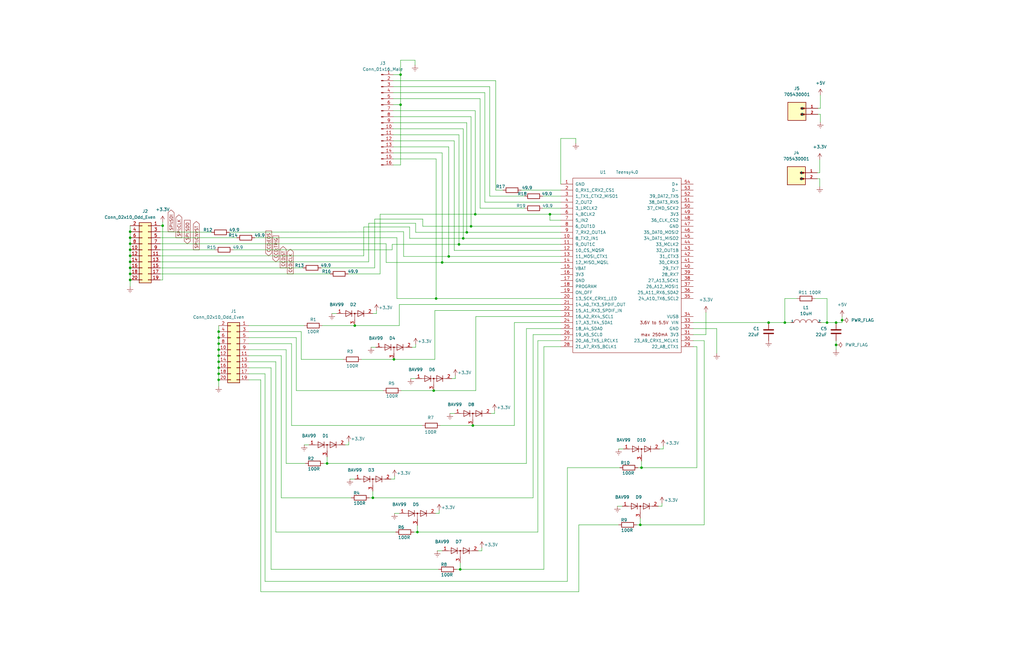
<source format=kicad_sch>
(kicad_sch (version 20211123) (generator eeschema)
  (paper "B")
  (title_block (title "Teensy Carrier compatible with CCD ADC SPI board") (date "2023-12-31") (company "Mitchell C Nelson, PhD (c) 2023"))
  (lib_symbols
    (symbol "705430001:705430001" (pin_names (offset 1.016))
      (property "Reference" "J" (at 0 3.81 0))
      (property "Value" "705430001" (at 0 -7.62 0))
      (symbol "705430001_0_0"
        (rectangle (start 0 -5.08) (end 7.62 2.54) (stroke (width 0.254)) (fill (type background)))
        (polyline (pts (xy 0 -2.54) (xy 1.905 -2.54)) (stroke (width 0.254)))
        (polyline (pts (xy 0 0) (xy 1.905 0)) (stroke (width 0.254)))
        (rectangle (start 0.635 -2.8575) (end 2.2225 -2.2225) (stroke (width 0.1)) (fill (type outline)))
        (rectangle (start 0.635 -0.3175) (end 2.2225 0.3175) (stroke (width 0.1)) (fill (type outline)))
        (pin passive line (at -5.08 0 0) (length 5.08) (name "1") (number "1"))
        (pin passive line (at -5.08 -2.54 0) (length 5.08) (name "2") (number "2"))
      )
    )
    (symbol "Connector:Conn_01x16_Male" (pin_names (offset 1.016) hide)
      (property "Reference" "J" (at 0 20.32 0))
      (property "Value" "Conn_01x16_Male" (at 0 -22.86 0))
      (symbol "Conn_01x16_Male_1_1"
        (polyline (pts (xy 1.27 -20.32) (xy 0.8636 -20.32)) (stroke (width 0.1524)))
        (polyline (pts (xy 1.27 -17.78) (xy 0.8636 -17.78)) (stroke (width 0.1524)))
        (polyline (pts (xy 1.27 -15.24) (xy 0.8636 -15.24)) (stroke (width 0.1524)))
        (polyline (pts (xy 1.27 -12.7) (xy 0.8636 -12.7)) (stroke (width 0.1524)))
        (polyline (pts (xy 1.27 -10.16) (xy 0.8636 -10.16)) (stroke (width 0.1524)))
        (polyline (pts (xy 1.27 -7.62) (xy 0.8636 -7.62)) (stroke (width 0.1524)))
        (polyline (pts (xy 1.27 -5.08) (xy 0.8636 -5.08)) (stroke (width 0.1524)))
        (polyline (pts (xy 1.27 -2.54) (xy 0.8636 -2.54)) (stroke (width 0.1524)))
        (polyline (pts (xy 1.27 0) (xy 0.8636 0)) (stroke (width 0.1524)))
        (polyline (pts (xy 1.27 2.54) (xy 0.8636 2.54)) (stroke (width 0.1524)))
        (polyline (pts (xy 1.27 5.08) (xy 0.8636 5.08)) (stroke (width 0.1524)))
        (polyline (pts (xy 1.27 7.62) (xy 0.8636 7.62)) (stroke (width 0.1524)))
        (polyline (pts (xy 1.27 10.16) (xy 0.8636 10.16)) (stroke (width 0.1524)))
        (polyline (pts (xy 1.27 12.7) (xy 0.8636 12.7)) (stroke (width 0.1524)))
        (polyline (pts (xy 1.27 15.24) (xy 0.8636 15.24)) (stroke (width 0.1524)))
        (polyline (pts (xy 1.27 17.78) (xy 0.8636 17.78)) (stroke (width 0.1524)))
        (rectangle (start 0.8636 -20.193) (end 0 -20.447) (stroke (width 0.1524)) (fill (type outline)))
        (rectangle (start 0.8636 -17.653) (end 0 -17.907) (stroke (width 0.1524)) (fill (type outline)))
        (rectangle (start 0.8636 -15.113) (end 0 -15.367) (stroke (width 0.1524)) (fill (type outline)))
        (rectangle (start 0.8636 -12.573) (end 0 -12.827) (stroke (width 0.1524)) (fill (type outline)))
        (rectangle (start 0.8636 -10.033) (end 0 -10.287) (stroke (width 0.1524)) (fill (type outline)))
        (rectangle (start 0.8636 -7.493) (end 0 -7.747) (stroke (width 0.1524)) (fill (type outline)))
        (rectangle (start 0.8636 -4.953) (end 0 -5.207) (stroke (width 0.1524)) (fill (type outline)))
        (rectangle (start 0.8636 -2.413) (end 0 -2.667) (stroke (width 0.1524)) (fill (type outline)))
        (rectangle (start 0.8636 0.127) (end 0 -0.127) (stroke (width 0.1524)) (fill (type outline)))
        (rectangle (start 0.8636 2.667) (end 0 2.413) (stroke (width 0.1524)) (fill (type outline)))
        (rectangle (start 0.8636 5.207) (end 0 4.953) (stroke (width 0.1524)) (fill (type outline)))
        (rectangle (start 0.8636 7.747) (end 0 7.493) (stroke (width 0.1524)) (fill (type outline)))
        (rectangle (start 0.8636 10.287) (end 0 10.033) (stroke (width 0.1524)) (fill (type outline)))
        (rectangle (start 0.8636 12.827) (end 0 12.573) (stroke (width 0.1524)) (fill (type outline)))
        (rectangle (start 0.8636 15.367) (end 0 15.113) (stroke (width 0.1524)) (fill (type outline)))
        (rectangle (start 0.8636 17.907) (end 0 17.653) (stroke (width 0.1524)) (fill (type outline)))
        (pin passive line (at 5.08 17.78 180) (length 3.81) (name "Pin_1") (number "1"))
        (pin passive line (at 5.08 -5.08 180) (length 3.81) (name "Pin_10") (number "10"))
        (pin passive line (at 5.08 -7.62 180) (length 3.81) (name "Pin_11") (number "11"))
        (pin passive line (at 5.08 -10.16 180) (length 3.81) (name "Pin_12") (number "12"))
        (pin passive line (at 5.08 -12.7 180) (length 3.81) (name "Pin_13") (number "13"))
        (pin passive line (at 5.08 -15.24 180) (length 3.81) (name "Pin_14") (number "14"))
        (pin passive line (at 5.08 -17.78 180) (length 3.81) (name "Pin_15") (number "15"))
        (pin passive line (at 5.08 -20.32 180) (length 3.81) (name "Pin_16") (number "16"))
        (pin passive line (at 5.08 15.24 180) (length 3.81) (name "Pin_2") (number "2"))
        (pin passive line (at 5.08 12.7 180) (length 3.81) (name "Pin_3") (number "3"))
        (pin passive line (at 5.08 10.16 180) (length 3.81) (name "Pin_4") (number "4"))
        (pin passive line (at 5.08 7.62 180) (length 3.81) (name "Pin_5") (number "5"))
        (pin passive line (at 5.08 5.08 180) (length 3.81) (name "Pin_6") (number "6"))
        (pin passive line (at 5.08 2.54 180) (length 3.81) (name "Pin_7") (number "7"))
        (pin passive line (at 5.08 0 180) (length 3.81) (name "Pin_8") (number "8"))
        (pin passive line (at 5.08 -2.54 180) (length 3.81) (name "Pin_9") (number "9"))
      )
    )
    (symbol "Connector_Generic:Conn_02x10_Odd_Even" (pin_names (offset 1.016) hide)
      (property "Reference" "J" (at 1.27 12.7 0))
      (property "Value" "Conn_02x10_Odd_Even" (at 1.27 -15.24 0))
      (symbol "Conn_02x10_Odd_Even_1_1"
        (rectangle (start -1.27 -12.573) (end 0 -12.827) (stroke (width 0.1524)))
        (rectangle (start -1.27 -10.033) (end 0 -10.287) (stroke (width 0.1524)))
        (rectangle (start -1.27 -7.493) (end 0 -7.747) (stroke (width 0.1524)))
        (rectangle (start -1.27 -4.953) (end 0 -5.207) (stroke (width 0.1524)))
        (rectangle (start -1.27 -2.413) (end 0 -2.667) (stroke (width 0.1524)))
        (rectangle (start -1.27 0.127) (end 0 -0.127) (stroke (width 0.1524)))
        (rectangle (start -1.27 2.667) (end 0 2.413) (stroke (width 0.1524)))
        (rectangle (start -1.27 5.207) (end 0 4.953) (stroke (width 0.1524)))
        (rectangle (start -1.27 7.747) (end 0 7.493) (stroke (width 0.1524)))
        (rectangle (start -1.27 10.287) (end 0 10.033) (stroke (width 0.1524)))
        (rectangle (start -1.27 11.43) (end 3.81 -13.97) (stroke (width 0.254)) (fill (type background)))
        (rectangle (start 3.81 -12.573) (end 2.54 -12.827) (stroke (width 0.1524)))
        (rectangle (start 3.81 -10.033) (end 2.54 -10.287) (stroke (width 0.1524)))
        (rectangle (start 3.81 -7.493) (end 2.54 -7.747) (stroke (width 0.1524)))
        (rectangle (start 3.81 -4.953) (end 2.54 -5.207) (stroke (width 0.1524)))
        (rectangle (start 3.81 -2.413) (end 2.54 -2.667) (stroke (width 0.1524)))
        (rectangle (start 3.81 0.127) (end 2.54 -0.127) (stroke (width 0.1524)))
        (rectangle (start 3.81 2.667) (end 2.54 2.413) (stroke (width 0.1524)))
        (rectangle (start 3.81 5.207) (end 2.54 4.953) (stroke (width 0.1524)))
        (rectangle (start 3.81 7.747) (end 2.54 7.493) (stroke (width 0.1524)))
        (rectangle (start 3.81 10.287) (end 2.54 10.033) (stroke (width 0.1524)))
        (pin passive line (at -5.08 10.16 0) (length 3.81) (name "Pin_1") (number "1"))
        (pin passive line (at 7.62 0 180) (length 3.81) (name "Pin_10") (number "10"))
        (pin passive line (at -5.08 -2.54 0) (length 3.81) (name "Pin_11") (number "11"))
        (pin passive line (at 7.62 -2.54 180) (length 3.81) (name "Pin_12") (number "12"))
        (pin passive line (at -5.08 -5.08 0) (length 3.81) (name "Pin_13") (number "13"))
        (pin passive line (at 7.62 -5.08 180) (length 3.81) (name "Pin_14") (number "14"))
        (pin passive line (at -5.08 -7.62 0) (length 3.81) (name "Pin_15") (number "15"))
        (pin passive line (at 7.62 -7.62 180) (length 3.81) (name "Pin_16") (number "16"))
        (pin passive line (at -5.08 -10.16 0) (length 3.81) (name "Pin_17") (number "17"))
        (pin passive line (at 7.62 -10.16 180) (length 3.81) (name "Pin_18") (number "18"))
        (pin passive line (at -5.08 -12.7 0) (length 3.81) (name "Pin_19") (number "19"))
        (pin passive line (at 7.62 10.16 180) (length 3.81) (name "Pin_2") (number "2"))
        (pin passive line (at 7.62 -12.7 180) (length 3.81) (name "Pin_20") (number "20"))
        (pin passive line (at -5.08 7.62 0) (length 3.81) (name "Pin_3") (number "3"))
        (pin passive line (at 7.62 7.62 180) (length 3.81) (name "Pin_4") (number "4"))
        (pin passive line (at -5.08 5.08 0) (length 3.81) (name "Pin_5") (number "5"))
        (pin passive line (at 7.62 5.08 180) (length 3.81) (name "Pin_6") (number "6"))
        (pin passive line (at -5.08 2.54 0) (length 3.81) (name "Pin_7") (number "7"))
        (pin passive line (at 7.62 2.54 180) (length 3.81) (name "Pin_8") (number "8"))
        (pin passive line (at -5.08 0 0) (length 3.81) (name "Pin_9") (number "9"))
      )
    )
    (symbol "Device:C" (pin_numbers hide) (pin_names (offset 0.254))
      (property "Reference" "C" (at 0.635 2.54 0))
      (property "Value" "C" (at 0.635 -2.54 0))
      (symbol "C_0_1"
        (polyline (pts (xy -2.032 -0.762) (xy 2.032 -0.762)) (stroke (width 0.508)))
        (polyline (pts (xy -2.032 0.762) (xy 2.032 0.762)) (stroke (width 0.508)))
      )
      (symbol "C_1_1"
        (pin passive line (at 0 3.81 270) (length 2.794) (name "~") (number "1"))
        (pin passive line (at 0 -3.81 90) (length 2.794) (name "~") (number "2"))
      )
    )
    (symbol "Device:R" (pin_numbers hide) (pin_names (offset 0))
      (property "Reference" "R" (at 2.032 0 90))
      (property "Value" "R" (at 0 0 90))
      (symbol "R_0_1"
        (rectangle (start -1.016 -2.54) (end 1.016 2.54) (stroke (width 0.254)))
      )
      (symbol "R_1_1"
        (pin passive line (at 0 3.81 270) (length 1.27) (name "~") (number "1"))
        (pin passive line (at 0 -3.81 90) (length 1.27) (name "~") (number "2"))
      )
    )
    (symbol "Diode:BAV99" (pin_names hide)
      (property "Reference" "D" (at 0 5.08 0))
      (property "Value" "BAV99" (at 0 2.54 0))
      (symbol "BAV99_0_1"
        (polyline (pts (xy -5.08 0) (xy 5.08 0)))
      )
      (symbol "BAV99_1_1"
        (polyline (pts (xy 0 0) (xy 0 -2.54)))
        (polyline (pts (xy -1.27 -1.27) (xy -1.27 1.27) (xy -1.27 1.27)) (stroke (width 0.2032)))
        (polyline (pts (xy 3.81 1.27) (xy 3.81 -1.27) (xy 3.81 -1.27)) (stroke (width 0.2032)))
        (polyline (pts (xy -3.81 1.27) (xy -1.27 0) (xy -3.81 -1.27) (xy -3.81 1.27) (xy -3.81 1.27) (xy -3.81 1.27)) (stroke (width 0.2032)))
        (polyline (pts (xy 1.27 1.27) (xy 3.81 0) (xy 1.27 -1.27) (xy 1.27 1.27) (xy 1.27 1.27) (xy 1.27 1.27)) (stroke (width 0.2032)))
        (circle (center 0 0) (radius 0.254) (fill (type outline)))
        (pin passive line (at -7.62 0 0) (length 2.54) (name "K") (number "1"))
        (pin passive line (at 7.62 0 180) (length 2.54) (name "A") (number "2"))
        (pin passive line (at 0 -5.08 90) (length 2.54) (name "K") (number "3"))
      )
    )
    (symbol "Teensy:Teensy4.0" (pin_names (offset 1.016))
      (property "Reference" "U" (at 0 39.37 0))
      (property "Value" "Teensy4.0" (at 0 -39.37 0))
      (symbol "Teensy4.0_0_0"
        (text "3.6V to 5.5V" (at 11.43 -24.13 0) (effects (font (size 1.27 1.27))))
        (text "max 250mA" (at 11.43 -29.21 0) (effects (font (size 1.27 1.27))))
        (pin bidirectional line (at -27.94 11.43 0) (length 5.08) (name "8_TX2_IN1") (number "10"))
        (pin bidirectional line (at -27.94 8.89 0) (length 5.08) (name "9_OUT1C") (number "11"))
        (pin bidirectional line (at -27.94 6.35 0) (length 5.08) (name "10_CS_MQSR") (number "12"))
        (pin bidirectional line (at -27.94 3.81 0) (length 5.08) (name "11_MOSI_CTX1") (number "13"))
        (pin bidirectional line (at -27.94 1.27 0) (length 5.08) (name "12_MISO_MQSL") (number "14"))
        (pin power_in line (at -27.94 -1.27 0) (length 5.08) (name "VBAT") (number "15"))
        (pin power_in line (at -27.94 -3.81 0) (length 5.08) (name "3V3") (number "16"))
        (pin power_in line (at -27.94 -6.35 0) (length 5.08) (name "GND") (number "17"))
        (pin input line (at -27.94 -8.89 0) (length 5.08) (name "PROGRAM") (number "18"))
        (pin input line (at -27.94 -11.43 0) (length 5.08) (name "ON_OFF") (number "19"))
        (pin bidirectional line (at -27.94 -13.97 0) (length 5.08) (name "13_SCK_CRX1_LED") (number "20"))
        (pin bidirectional line (at -27.94 -16.51 0) (length 5.08) (name "14_A0_TX3_SPDIF_OUT") (number "21"))
        (pin bidirectional line (at -27.94 -19.05 0) (length 5.08) (name "15_A1_RX3_SPDIF_IN") (number "22"))
        (pin bidirectional line (at -27.94 -21.59 0) (length 5.08) (name "16_A2_RX4_SCL1") (number "23"))
        (pin bidirectional line (at -27.94 -24.13 0) (length 5.08) (name "17_A3_TX4_SDA1") (number "24"))
        (pin bidirectional line (at -27.94 -26.67 0) (length 5.08) (name "18_A4_SDA0") (number "25"))
        (pin bidirectional line (at -27.94 -29.21 0) (length 5.08) (name "19_A5_SCL0") (number "26"))
        (pin bidirectional line (at -27.94 -31.75 0) (length 5.08) (name "20_A6_TX5_LRCLK1") (number "27"))
        (pin bidirectional line (at -27.94 -34.29 0) (length 5.08) (name "21_A7_RX5_BCLK1") (number "28"))
        (pin bidirectional line (at 27.94 -34.29 180) (length 5.08) (name "22_A8_CTX1") (number "29"))
        (pin bidirectional line (at 27.94 -31.75 180) (length 5.08) (name "23_A9_CRX1_MCLK1") (number "30"))
        (pin power_out line (at 27.94 -29.21 180) (length 5.08) (name "3V3") (number "31"))
        (pin power_in line (at 27.94 -26.67 180) (length 5.08) (name "GND") (number "32"))
        (pin power_in line (at 27.94 -24.13 180) (length 5.08) (name "VIN") (number "33"))
        (pin power_out line (at 27.94 -21.59 180) (length 5.08) (name "VUSB") (number "34"))
        (pin bidirectional line (at 27.94 -13.97 180) (length 5.08) (name "24_A10_TX6_SCL2") (number "35"))
        (pin bidirectional line (at 27.94 -11.43 180) (length 5.08) (name "25_A11_RX6_SDA2") (number "36"))
        (pin bidirectional line (at 27.94 -8.89 180) (length 5.08) (name "26_A12_MOSI1") (number "37"))
        (pin bidirectional line (at 27.94 -6.35 180) (length 5.08) (name "27_A13_SCK1") (number "38"))
        (pin bidirectional line (at 27.94 -3.81 180) (length 5.08) (name "28_RX7") (number "39"))
        (pin bidirectional line (at 27.94 -1.27 180) (length 5.08) (name "29_TX7") (number "40"))
        (pin bidirectional line (at 27.94 1.27 180) (length 5.08) (name "30_CRX3") (number "41"))
        (pin bidirectional line (at 27.94 3.81 180) (length 5.08) (name "31_CTX3") (number "42"))
        (pin bidirectional line (at 27.94 6.35 180) (length 5.08) (name "32_OUT1B") (number "43"))
        (pin bidirectional line (at 27.94 8.89 180) (length 5.08) (name "33_MCLK2") (number "44"))
        (pin bidirectional line (at 27.94 11.43 180) (length 5.08) (name "34_DAT1_MISO2") (number "45"))
        (pin bidirectional line (at 27.94 13.97 180) (length 5.08) (name "35_DAT0_MOSI2") (number "46"))
        (pin power_out line (at 27.94 16.51 180) (length 5.08) (name "GND") (number "47"))
        (pin bidirectional line (at 27.94 19.05 180) (length 5.08) (name "36_CLK_CS2") (number "48"))
        (pin power_out line (at 27.94 21.59 180) (length 5.08) (name "3V3") (number "49"))
        (pin bidirectional line (at -27.94 24.13 0) (length 5.08) (name "3_LRCLK2") (number "5"))
        (pin bidirectional line (at 27.94 24.13 180) (length 5.08) (name "37_CMD_SCK2") (number "50"))
        (pin bidirectional line (at 27.94 26.67 180) (length 5.08) (name "38_DAT3_RX5") (number "51"))
        (pin bidirectional line (at 27.94 29.21 180) (length 5.08) (name "39_DAT2_TX5") (number "52"))
        (pin bidirectional line (at 27.94 31.75 180) (length 5.08) (name "D-") (number "53"))
        (pin bidirectional line (at 27.94 34.29 180) (length 5.08) (name "D+") (number "54"))
        (pin bidirectional line (at -27.94 21.59 0) (length 5.08) (name "4_BCLK2") (number "6"))
        (pin bidirectional line (at -27.94 19.05 0) (length 5.08) (name "5_IN2") (number "7"))
        (pin bidirectional line (at -27.94 16.51 0) (length 5.08) (name "6_OUT1D") (number "8"))
        (pin bidirectional line (at -27.94 13.97 0) (length 5.08) (name "7_RX2_OUT1A") (number "9"))
      )
      (symbol "Teensy4.0_0_1"
        (rectangle (start -22.86 36.83) (end 22.86 -36.83))
        (rectangle (start -20.32 -31.75) (end -20.32 -31.75))
      )
      (symbol "Teensy4.0_1_1"
        (pin power_in line (at -27.94 34.29 0) (length 5.08) (name "GND") (number "1"))
        (pin bidirectional line (at -27.94 31.75 0) (length 5.08) (name "0_RX1_CRX2_CS1") (number "2"))
        (pin bidirectional line (at -27.94 29.21 0) (length 5.08) (name "1_TX1_CTX2_MISO1") (number "3"))
        (pin bidirectional line (at -27.94 26.67 0) (length 5.08) (name "2_OUT2") (number "4"))
      )
    )
    (symbol "power:+3.3V" (power) (pin_names (offset 0))
      (property "Value" "+3.3V" (at 0 3.556 0))
      (symbol "+3.3V_0_1"
        (polyline (pts (xy -0.762 1.27) (xy 0 2.54)))
        (polyline (pts (xy 0 0) (xy 0 2.54)))
        (polyline (pts (xy 0 2.54) (xy 0.762 1.27)))
      )
      (symbol "+3.3V_1_1"
        (pin power_in line (at 0 0 90) (length 0) hide (name "+3.3V") (number "1"))
      )
    )
    (symbol "power:+5V" (power) (pin_names (offset 0))
      (property "Value" "+5V" (at 0 3.556 0))
      (symbol "+5V_0_1"
        (polyline (pts (xy -0.762 1.27) (xy 0 2.54)))
        (polyline (pts (xy 0 0) (xy 0 2.54)))
        (polyline (pts (xy 0 2.54) (xy 0.762 1.27)))
      )
      (symbol "+5V_1_1"
        (pin power_in line (at 0 0 90) (length 0) hide (name "+5V") (number "1"))
      )
    )
    (symbol "power:Earth" (power) (pin_names (offset 0))
      (symbol "Earth_0_1"
        (polyline (pts (xy -0.635 -1.905) (xy 0.635 -1.905)))
        (polyline (pts (xy -0.127 -2.54) (xy 0.127 -2.54)))
        (polyline (pts (xy 0 -1.27) (xy 0 0)))
        (polyline (pts (xy 1.27 -1.27) (xy -1.27 -1.27)))
      )
      (symbol "Earth_1_1"
        (pin power_in line (at 0 0 270) (length 0) hide (name "Earth") (number "1"))
      )
    )
    (symbol "power:PWR_FLAG" (power) (pin_numbers hide) (pin_names (offset 0) hide)
      (property "Value" "PWR_FLAG" (at 0 3.81 0))
      (symbol "PWR_FLAG_0_0"
        (pin power_out line (at 0 0 90) (length 0) (name "pwr") (number "1"))
      )
      (symbol "PWR_FLAG_0_1"
        (polyline (pts (xy 0 0) (xy 0 1.27) (xy -1.016 1.905) (xy 0 2.54) (xy 1.016 1.905) (xy 0 1.27)))
      )
    )
    (symbol "pspice:INDUCTOR" (pin_numbers hide) (pin_names (offset 0))
      (property "Reference" "L" (at 0 2.54 0))
      (property "Value" "INDUCTOR" (at 0 -1.27 0))
      (symbol "INDUCTOR_0_1"
        (arc (start -2.54 0) (mid -3.81 1.27) (end -5.08 0))
        (arc (start 0 0) (mid -1.27 1.27) (end -2.54 0))
        (arc (start 2.54 0) (mid 1.27 1.27) (end 0 0))
        (arc (start 5.08 0) (mid 3.81 1.27) (end 2.54 0))
      )
      (symbol "INDUCTOR_1_1"
        (pin input line (at -6.35 0 0) (length 1.27) (name "1") (number "1"))
        (pin input line (at 6.35 0 180) (length 1.27) (name "2") (number "2"))
      )
    )
  )
  (junction (at 68.58 95.25))
  (junction (at 186.436 110.744))
  (junction (at 166.116 151.638))
  (junction (at 196.85 98.044))
  (junction (at 168.91 31.496))
  (junction (at 200.406 90.424))
  (junction (at 355.092 135.128))
  (junction (at 92.202 139.954))
  (junction (at 54.864 100.33))
  (junction (at 149.606 137.414))
  (junction (at 168.91 44.196))
  (junction (at 92.202 155.194))
  (junction (at 189.23 108.204))
  (junction (at 182.88 164.846))
  (junction (at 54.864 97.79))
  (junction (at 54.864 110.49))
  (junction (at 270.002 221.488))
  (junction (at 199.39 179.578))
  (junction (at 137.922 195.58))
  (junction (at 352.552 145.542))
  (junction (at 352.552 136.144))
  (junction (at 92.202 152.654))
  (junction (at 54.864 102.87))
  (junction (at 330.962 136.144))
  (junction (at 54.864 118.11))
  (junction (at 348.742 136.144))
  (junction (at 231.902 90.424))
  (junction (at 92.202 157.734))
  (junction (at 54.864 107.95))
  (junction (at 324.104 136.144))
  (junction (at 92.202 145.034))
  (junction (at 92.202 142.494))
  (junction (at 157.226 210.058))
  (junction (at 54.864 113.03))
  (junction (at 176.022 224.536))
  (junction (at 54.864 115.57))
  (junction (at 198.628 95.504))
  (junction (at 193.548 103.124))
  (junction (at 194.056 240.284))
  (junction (at 183.896 125.984))
  (junction (at 92.202 160.274))
  (junction (at 92.202 150.114))
  (junction (at 92.202 147.574))
  (junction (at 195.326 100.584))
  (junction (at 54.864 105.41))
  (junction (at 270.51 197.358))
  (wire (pts (xy 178.308 92.456) (xy 157.988 92.456)))
  (wire (pts (xy 168.91 31.496) (xy 165.862 31.496)))
  (wire (pts (xy 155.702 210.058) (xy 157.226 210.058)))
  (wire (pts (xy 184.404 232.41) (xy 186.436 232.41)))
  (wire (pts (xy 268.478 221.488) (xy 270.002 221.488)))
  (wire (pts (xy 170.18 97.79) (xy 170.18 108.204)))
  (wire (pts (xy 268.986 197.358) (xy 270.51 197.358)))
  (wire (pts (xy 162.814 102.87) (xy 162.814 110.744)))
  (wire (pts (xy 165.862 46.736) (xy 200.406 46.736)))
  (wire (pts (xy 348.742 125.984) (xy 348.742 136.144)))
  (wire (pts (xy 231.902 90.424) (xy 231.902 92.964)))
  (wire (pts (xy 92.202 142.494) (xy 92.202 145.034)))
  (wire (pts (xy 54.864 100.33) (xy 54.864 102.87)))
  (wire (pts (xy 167.386 100.33) (xy 167.386 125.984)))
  (wire (pts (xy 198.628 49.276) (xy 198.628 95.504)))
  (wire (pts (xy 189.738 174.498) (xy 191.77 174.498)))
  (wire (pts (xy 104.902 160.274) (xy 109.982 160.274)))
  (wire (pts (xy 165.354 103.124) (xy 193.548 103.124)))
  (wire (pts (xy 345.694 75.438) (xy 344.678 75.438)))
  (wire (pts (xy 244.094 221.488) (xy 260.858 221.488)))
  (wire (pts (xy 168.402 137.414) (xy 149.606 137.414)))
  (wire (pts (xy 195.326 100.584) (xy 172.72 100.584)))
  (wire (pts (xy 165.862 54.356) (xy 195.326 54.356)))
  (wire (pts (xy 297.688 141.224) (xy 297.688 131.826)))
  (wire (pts (xy 228.854 82.804) (xy 236.474 82.804)))
  (wire (pts (xy 208.534 174.498) (xy 207.01 174.498)))
  (wire (pts (xy 68.58 95.25) (xy 68.58 118.11)))
  (wire (pts (xy 345.948 40.132) (xy 345.948 45.72)))
  (wire (pts (xy 68.58 95.25) (xy 67.564 95.25)))
  (wire (pts (xy 104.902 139.954) (xy 127 139.954)))
  (wire (pts (xy 236.474 128.524) (xy 168.402 128.524)))
  (wire (pts (xy 104.902 157.734) (xy 111.76 157.734)))
  (wire (pts (xy 157.988 92.456) (xy 157.988 113.03)))
  (wire (pts (xy 166.116 151.638) (xy 183.388 151.638)))
  (wire (pts (xy 355.092 135.128) (xy 355.092 136.144)))
  (wire (pts (xy 114.3 240.284) (xy 184.912 240.284)))
  (wire (pts (xy 355.092 133.604) (xy 355.092 135.128)))
  (wire (pts (xy 67.564 105.41) (xy 90.678 105.41)))
  (wire (pts (xy 120.65 147.574) (xy 104.902 147.574)))
  (wire (pts (xy 231.902 92.964) (xy 236.474 92.964)))
  (wire (pts (xy 111.76 245.364) (xy 239.268 245.364)))
  (wire (pts (xy 200.406 46.736) (xy 200.406 90.424)))
  (wire (pts (xy 352.552 143.764) (xy 352.552 145.542)))
  (wire (pts (xy 67.564 110.49) (xy 155.448 110.49)))
  (wire (pts (xy 128.778 195.58) (xy 120.65 195.58)))
  (wire (pts (xy 296.926 143.764) (xy 296.926 221.488)))
  (wire (pts (xy 139.954 132.334) (xy 141.986 132.334)))
  (wire (pts (xy 208.534 173.228) (xy 208.534 174.498)))
  (wire (pts (xy 168.91 25.4) (xy 168.91 31.496)))
  (wire (pts (xy 302.26 138.684) (xy 302.26 149.098)))
  (wire (pts (xy 204.47 85.344) (xy 204.47 39.116)))
  (wire (pts (xy 192.532 240.284) (xy 194.056 240.284)))
  (wire (pts (xy 165.862 44.196) (xy 168.91 44.196)))
  (wire (pts (xy 175.26 98.044) (xy 196.85 98.044)))
  (wire (pts (xy 104.902 137.414) (xy 128.27 137.414)))
  (wire (pts (xy 348.742 136.144) (xy 352.552 136.144)))
  (wire (pts (xy 292.354 138.684) (xy 302.26 138.684)))
  (wire (pts (xy 296.926 221.488) (xy 270.002 221.488)))
  (wire (pts (xy 109.982 160.274) (xy 109.982 249.682)))
  (wire (pts (xy 166.37 216.662) (xy 168.402 216.662)))
  (wire (pts (xy 153.416 95.758) (xy 153.416 107.95)))
  (wire (pts (xy 200.66 133.604) (xy 200.66 164.846)))
  (wire (pts (xy 239.268 197.358) (xy 261.366 197.358)))
  (wire (pts (xy 260.858 189.484) (xy 262.89 189.484)))
  (wire (pts (xy 175.006 27.432) (xy 175.006 25.4)))
  (wire (pts (xy 178.308 95.504) (xy 178.308 92.456)))
  (wire (pts (xy 167.386 125.984) (xy 183.896 125.984)))
  (wire (pts (xy 98.298 105.41) (xy 165.354 105.41)))
  (wire (pts (xy 200.66 164.846) (xy 182.88 164.846)))
  (wire (pts (xy 67.564 97.79) (xy 89.154 98.044)))
  (wire (pts (xy 168.91 69.596) (xy 165.862 69.596)))
  (wire (pts (xy 165.862 64.516) (xy 186.436 64.516)))
  (wire (pts (xy 168.402 128.524) (xy 168.402 137.414)))
  (wire (pts (xy 157.226 210.058) (xy 157.226 207.264)))
  (wire (pts (xy 68.58 118.11) (xy 67.564 118.11)))
  (wire (pts (xy 160.274 90.424) (xy 160.274 115.57)))
  (wire (pts (xy 158.75 131.064) (xy 158.75 132.334)))
  (wire (pts (xy 92.202 137.414) (xy 92.202 139.954)))
  (wire (pts (xy 175.26 94.234) (xy 175.26 98.044)))
  (wire (pts (xy 92.202 160.274) (xy 92.202 163.068)))
  (wire (pts (xy 236.474 143.764) (xy 226.822 143.764)))
  (wire (pts (xy 226.822 224.536) (xy 176.022 224.536)))
  (wire (pts (xy 212.09 80.264) (xy 209.042 80.264)))
  (wire (pts (xy 152.4 151.638) (xy 166.116 151.638)))
  (wire (pts (xy 236.474 100.584) (xy 195.326 100.584)))
  (wire (pts (xy 345.694 78.74) (xy 345.694 75.438)))
  (wire (pts (xy 173.228 159.766) (xy 175.26 159.766)))
  (wire (pts (xy 185.166 215.392) (xy 185.166 216.662)))
  (wire (pts (xy 165.862 36.576) (xy 206.502 36.576)))
  (wire (pts (xy 146.812 115.57) (xy 160.274 115.57)))
  (wire (pts (xy 236.474 77.724) (xy 236.474 58.42)))
  (wire (pts (xy 279.146 213.614) (xy 277.622 213.614)))
  (wire (pts (xy 165.862 41.656) (xy 202.438 41.656)))
  (wire (pts (xy 92.202 145.034) (xy 92.202 147.574)))
  (wire (pts (xy 175.26 146.558) (xy 173.736 146.558)))
  (wire (pts (xy 172.72 100.584) (xy 172.72 95.758)))
  (wire (pts (xy 345.948 45.72) (xy 344.932 45.72)))
  (wire (pts (xy 128.27 187.706) (xy 130.302 187.706)))
  (wire (pts (xy 116.332 152.654) (xy 116.332 224.536)))
  (wire (pts (xy 206.502 36.576) (xy 206.502 82.804)))
  (wire (pts (xy 136.398 195.58) (xy 137.922 195.58)))
  (wire (pts (xy 54.864 97.79) (xy 54.864 100.33)))
  (wire (pts (xy 54.864 107.95) (xy 54.864 110.49)))
  (wire (pts (xy 194.056 240.284) (xy 194.056 237.49)))
  (wire (pts (xy 124.968 164.846) (xy 161.544 164.846)))
  (wire (pts (xy 67.564 100.33) (xy 99.822 100.33)))
  (wire (pts (xy 343.662 125.984) (xy 348.742 125.984)))
  (wire (pts (xy 109.982 249.682) (xy 244.094 249.682)))
  (wire (pts (xy 236.474 85.344) (xy 204.47 85.344)))
  (wire (pts (xy 345.948 48.26) (xy 344.932 48.26)))
  (wire (pts (xy 292.354 141.224) (xy 297.688 141.224)))
  (wire (pts (xy 224.79 210.058) (xy 224.79 141.224)))
  (wire (pts (xy 104.902 142.494) (xy 124.968 142.494)))
  (wire (pts (xy 107.442 100.33) (xy 167.386 100.33)))
  (wire (pts (xy 162.814 110.744) (xy 186.436 110.744)))
  (wire (pts (xy 176.022 224.536) (xy 176.022 221.742)))
  (wire (pts (xy 229.362 240.284) (xy 194.056 240.284)))
  (wire (pts (xy 195.326 54.356) (xy 195.326 100.584)))
  (wire (pts (xy 104.902 155.194) (xy 114.3 155.194)))
  (wire (pts (xy 92.202 147.574) (xy 92.202 150.114)))
  (wire (pts (xy 54.864 110.49) (xy 54.864 113.03)))
  (wire (pts (xy 330.962 136.144) (xy 333.502 136.144)))
  (wire (pts (xy 92.202 139.954) (xy 92.202 142.494)))
  (wire (pts (xy 158.75 132.334) (xy 157.226 132.334)))
  (wire (pts (xy 192.024 159.766) (xy 190.5 159.766)))
  (wire (pts (xy 166.37 200.914) (xy 166.37 202.184)))
  (wire (pts (xy 209.042 80.264) (xy 209.042 34.036)))
  (wire (pts (xy 165.862 61.976) (xy 189.23 61.976)))
  (wire (pts (xy 193.548 56.896) (xy 193.548 103.124)))
  (wire (pts (xy 224.79 141.224) (xy 236.474 141.224)))
  (wire (pts (xy 183.388 151.638) (xy 183.388 131.064)))
  (wire (pts (xy 228.854 87.884) (xy 236.474 87.884)))
  (wire (pts (xy 175.26 145.288) (xy 175.26 146.558)))
  (wire (pts (xy 122.936 179.578) (xy 122.936 145.034)))
  (wire (pts (xy 186.436 110.744) (xy 236.474 110.744)))
  (wire (pts (xy 165.354 105.41) (xy 165.354 103.124)))
  (wire (pts (xy 127 139.954) (xy 127 151.638)))
  (wire (pts (xy 168.91 44.196) (xy 168.91 69.596)))
  (wire (pts (xy 292.354 136.144) (xy 324.104 136.144)))
  (wire (pts (xy 193.548 103.124) (xy 236.474 103.124)))
  (wire (pts (xy 242.824 58.42) (xy 242.824 60.452)))
  (wire (pts (xy 202.438 87.884) (xy 221.234 87.884)))
  (wire (pts (xy 198.628 95.504) (xy 178.308 95.504)))
  (wire (pts (xy 191.516 59.436) (xy 165.862 59.436)))
  (wire (pts (xy 114.3 155.194) (xy 114.3 240.284)))
  (wire (pts (xy 216.916 136.144) (xy 216.916 179.578)))
  (wire (pts (xy 236.474 133.604) (xy 200.66 133.604)))
  (wire (pts (xy 120.65 195.58) (xy 120.65 147.574)))
  (wire (pts (xy 67.564 107.95) (xy 153.416 107.95)))
  (wire (pts (xy 270.002 221.488) (xy 270.002 218.694)))
  (wire (pts (xy 279.654 189.484) (xy 278.13 189.484)))
  (wire (pts (xy 124.968 142.494) (xy 124.968 164.846)))
  (wire (pts (xy 330.962 125.984) (xy 330.962 136.144)))
  (wire (pts (xy 186.436 64.516) (xy 186.436 110.744)))
  (wire (pts (xy 169.164 164.846) (xy 182.88 164.846)))
  (wire (pts (xy 226.822 143.764) (xy 226.822 224.536)))
  (wire (pts (xy 118.618 210.058) (xy 148.082 210.058)))
  (wire (pts (xy 92.202 157.734) (xy 92.202 160.274)))
  (wire (pts (xy 352.552 136.144) (xy 355.092 136.144)))
  (wire (pts (xy 185.166 216.662) (xy 183.642 216.662)))
  (wire (pts (xy 68.58 93.726) (xy 68.58 95.25)))
  (wire (pts (xy 196.85 98.044) (xy 236.474 98.044)))
  (wire (pts (xy 293.878 146.304) (xy 292.354 146.304)))
  (wire (pts (xy 116.332 224.536) (xy 166.878 224.536)))
  (wire (pts (xy 157.226 210.058) (xy 224.79 210.058)))
  (wire (pts (xy 92.202 150.114) (xy 92.202 152.654)))
  (wire (pts (xy 236.474 138.684) (xy 221.996 138.684)))
  (wire (pts (xy 183.896 67.056) (xy 183.896 125.984)))
  (wire (pts (xy 165.862 49.276) (xy 198.628 49.276)))
  (wire (pts (xy 92.202 152.654) (xy 92.202 155.194)))
  (wire (pts (xy 54.864 105.41) (xy 54.864 107.95)))
  (wire (pts (xy 122.936 145.034) (xy 104.902 145.034)))
  (wire (pts (xy 54.864 102.87) (xy 54.864 105.41)))
  (wire (pts (xy 202.438 41.656) (xy 202.438 87.884)))
  (wire (pts (xy 293.878 197.358) (xy 293.878 146.304)))
  (wire (pts (xy 221.996 195.58) (xy 137.922 195.58)))
  (wire (pts (xy 345.694 67.31) (xy 345.694 72.898)))
  (wire (pts (xy 260.35 213.614) (xy 262.382 213.614)))
  (wire (pts (xy 191.516 105.664) (xy 191.516 59.436)))
  (wire (pts (xy 96.774 98.044) (xy 170.18 97.79)))
  (wire (pts (xy 174.498 224.536) (xy 176.022 224.536)))
  (wire (pts (xy 236.474 80.264) (xy 219.71 80.264)))
  (wire (pts (xy 165.862 56.896) (xy 193.548 56.896)))
  (wire (pts (xy 203.2 232.41) (xy 201.676 232.41)))
  (wire (pts (xy 231.902 90.424) (xy 200.406 90.424)))
  (wire (pts (xy 92.202 155.194) (xy 92.202 157.734)))
  (wire (pts (xy 239.268 245.364) (xy 239.268 197.358)))
  (wire (pts (xy 111.76 157.734) (xy 111.76 245.364)))
  (wire (pts (xy 54.864 118.11) (xy 54.864 120.904)))
  (wire (pts (xy 175.006 25.4) (xy 168.91 25.4)))
  (wire (pts (xy 165.862 67.056) (xy 183.896 67.056)))
  (wire (pts (xy 270.51 197.358) (xy 270.51 194.564)))
  (wire (pts (xy 236.474 90.424) (xy 231.902 90.424)))
  (wire (pts (xy 192.024 158.496) (xy 192.024 159.766)))
  (wire (pts (xy 127.762 113.03) (xy 67.564 113.03)))
  (wire (pts (xy 165.862 51.816) (xy 196.85 51.816)))
  (wire (pts (xy 204.47 39.116) (xy 165.862 39.116)))
  (wire (pts (xy 345.948 51.562) (xy 345.948 48.26)))
  (wire (pts (xy 156.464 146.558) (xy 158.496 146.558)))
  (wire (pts (xy 236.474 136.144) (xy 216.916 136.144)))
  (wire (pts (xy 189.23 61.976) (xy 189.23 108.204)))
  (wire (pts (xy 189.23 108.204) (xy 236.474 108.204)))
  (wire (pts (xy 244.094 249.682) (xy 244.094 221.488)))
  (wire (pts (xy 147.066 187.706) (xy 145.542 187.706)))
  (wire (pts (xy 185.674 179.578) (xy 199.39 179.578)))
  (wire (pts (xy 170.18 108.204) (xy 189.23 108.204)))
  (wire (pts (xy 118.618 150.114) (xy 118.618 210.058)))
  (wire (pts (xy 203.2 231.14) (xy 203.2 232.41)))
  (wire (pts (xy 67.564 115.57) (xy 139.192 115.57)))
  (wire (pts (xy 279.146 212.344) (xy 279.146 213.614)))
  (wire (pts (xy 352.552 145.542) (xy 352.552 147.574)))
  (wire (pts (xy 54.864 113.03) (xy 54.864 115.57)))
  (wire (pts (xy 221.996 138.684) (xy 221.996 195.58)))
  (wire (pts (xy 155.448 110.49) (xy 155.448 94.234)))
  (wire (pts (xy 196.85 51.816) (xy 196.85 98.044)))
  (wire (pts (xy 199.39 179.578) (xy 216.916 179.578)))
  (wire (pts (xy 104.902 152.654) (xy 116.332 152.654)))
  (wire (pts (xy 336.042 125.984) (xy 330.962 125.984)))
  (wire (pts (xy 324.104 136.144) (xy 330.962 136.144)))
  (wire (pts (xy 178.054 179.578) (xy 122.936 179.578)))
  (wire (pts (xy 348.742 136.144) (xy 346.202 136.144)))
  (wire (pts (xy 236.474 146.304) (xy 229.362 146.304)))
  (wire (pts (xy 183.388 131.064) (xy 236.474 131.064)))
  (wire (pts (xy 183.896 125.984) (xy 236.474 125.984)))
  (wire (pts (xy 104.902 150.114) (xy 118.618 150.114)))
  (wire (pts (xy 229.362 146.304) (xy 229.362 240.284)))
  (wire (pts (xy 137.922 195.58) (xy 137.922 192.786)))
  (wire (pts (xy 292.354 143.764) (xy 296.926 143.764)))
  (wire (pts (xy 200.406 90.424) (xy 160.274 90.424)))
  (wire (pts (xy 168.91 31.496) (xy 168.91 44.196)))
  (wire (pts (xy 147.574 202.184) (xy 149.606 202.184)))
  (wire (pts (xy 279.654 188.214) (xy 279.654 189.484)))
  (wire (pts (xy 54.864 95.25) (xy 54.864 97.79)))
  (wire (pts (xy 135.89 137.414) (xy 149.606 137.414)))
  (wire (pts (xy 155.448 94.234) (xy 175.26 94.234)))
  (wire (pts (xy 157.988 113.03) (xy 135.382 113.03)))
  (wire (pts (xy 147.066 186.436) (xy 147.066 187.706)))
  (wire (pts (xy 236.474 95.504) (xy 198.628 95.504)))
  (wire (pts (xy 270.51 197.358) (xy 293.878 197.358)))
  (wire (pts (xy 67.564 102.87) (xy 162.814 102.87)))
  (wire (pts (xy 127 151.638) (xy 144.78 151.638)))
  (wire (pts (xy 236.474 58.42) (xy 242.824 58.42)))
  (wire (pts (xy 54.864 115.57) (xy 54.864 118.11)))
  (wire (pts (xy 345.694 72.898) (xy 344.678 72.898)))
  (wire (pts (xy 209.042 34.036) (xy 165.862 34.036)))
  (wire (pts (xy 236.474 105.664) (xy 191.516 105.664)))
  (wire (pts (xy 206.502 82.804) (xy 221.234 82.804)))
  (wire (pts (xy 172.72 95.758) (xy 153.416 95.758)))
  (wire (pts (xy 166.37 202.184) (xy 164.846 202.184)))
  (global_label "SPI:SDO" (shape input) (at 78.994 102.87 90) (property "Intersheet References" "${INTERSHEET_REFS}" (effects hide)))
  (global_label "SPI:CLK" (shape output) (at 75.438 100.33 90) (property "Intersheet References" "${INTERSHEET_REFS}" (effects hide)))
  (global_label "CCD:ST" (shape output) (at 119.38 113.03 90) (property "Intersheet References" "${INTERSHEET_REFS}" (effects hide)))
  (global_label "CCD:TRIG" (shape input) (at 116.332 110.49 90) (property "Intersheet References" "${INTERSHEET_REFS}" (effects hide)))
  (global_label "SPI:SDI" (shape output) (at 72.136 97.79 90) (property "Intersheet References" "${INTERSHEET_REFS}" (effects hide)))
  (global_label "SPI:CNVST" (shape output) (at 82.804 105.41 90) (property "Intersheet References" "${INTERSHEET_REFS}" (effects hide)))
  (global_label "CCD:CLK" (shape output) (at 122.428 115.57 90) (property "Intersheet References" "${INTERSHEET_REFS}" (effects hide)))
  (global_label "CCD:EOS" (shape input) (at 113.284 107.95 90) (property "Intersheet References" "${INTERSHEET_REFS}" (effects hide)))
  (symbol (lib_id "Diode:BAV99") (at 194.056 232.41 0) (unit 1)
    (property "Reference" "D7" (at 192.024 228.6 0) (effects (justify left)))
    (property "Value" "BAV99" (at 183.388 228.6 0) (effects (justify left)))
    (property "Footprint" "Package_TO_SOT_SMD:SOT-23" (effects hide))
    (property "Datasheet" "https://assets.nexperia.com/documents/data-sheet/BAV99_SER.pdf" (effects hide))
    (property "Digikey" "1727-2914-1-ND" (effects hide))
    (property "Description" "DIODE ARR GP 100V 215MA TO236AB" (effects hide))
  )
  (symbol (lib_id "power:Earth") (at 302.26 149.098 0) (mirror y) (unit 1)
    (property "Reference" "#PWR030" (effects hide))
    (property "Value" "Earth" (effects hide))
  )
  (symbol (lib_id "Diode:BAV99") (at 182.88 159.766 0) (unit 1)
    (property "Reference" "D6" (at 180.848 155.956 0) (effects (justify left)))
    (property "Value" "BAV99" (at 172.212 155.956 0) (effects (justify left)))
    (property "Footprint" "Package_TO_SOT_SMD:SOT-23" (effects hide))
    (property "Datasheet" "https://assets.nexperia.com/documents/data-sheet/BAV99_SER.pdf" (effects hide))
    (property "Digikey" "1727-2914-1-ND" (effects hide))
    (property "Description" "DIODE ARR GP 100V 215MA TO236AB" (effects hide))
  )
  (symbol (lib_id "Device:R") (at 339.852 125.984 90) (unit 1)
    (property "Reference" "R11" (at 338.582 123.444 90))
    (property "Value" "100R" (at 343.662 123.444 90))
    (property "Footprint" "Resistor_SMD:R_0603_1608Metric" (effects hide))
    (property "Description" "RES SMD 100 OHM 1% 1/4W 0603" (effects hide))
    (property "Digikey" "10-ERJ-UP3F1000VCT-ND" (effects hide))
  )
  (symbol (lib_id "Device:R") (at 148.59 151.638 90) (unit 1)
    (property "Reference" "R3" (at 147.574 148.336 90))
    (property "Value" "100R" (at 148.59 154.432 90))
    (property "Footprint" "Resistor_SMD:R_0603_1608Metric" (effects hide))
    (property "Description" "RES 100 OHM 1% 1/8W 0603" (effects hide))
    (property "Digikey" "2019-RK73H1JTTD1000FCT-ND" (effects hide))
  )
  (symbol (lib_id "power:Earth") (at 54.864 120.904 0) (mirror y) (unit 1)
    (property "Reference" "#PWR02" (effects hide))
    (property "Value" "Earth" (effects hide))
  )
  (symbol (lib_id "Device:R") (at 215.9 80.264 90) (unit 1)
    (property "Reference" "R17" (at 211.074 78.74 90))
    (property "Value" "49.9" (at 222.25 79.248 90))
    (property "Footprint" "Resistor_SMD:R_0603_1608Metric" (effects hide))
    (property "Description" "RES 49.9 OHM 1% 1/10W 0603" (effects hide))
    (property "Digikey" "RMCF0603FT49R9CT-ND" (effects hide))
  )
  (symbol (lib_id "power:PWR_FLAG") (at 352.552 145.542 270) (unit 1)
    (property "Reference" "#FLG01" (effects hide))
    (property "Value" "PWR_FLAG" (at 356.362 145.5419 90) (effects (justify left)))
  )
  (symbol (lib_id "Device:R") (at 132.08 137.414 90) (unit 1)
    (property "Reference" "R1" (at 132.08 134.874 90))
    (property "Value" "100R" (at 132.08 139.954 90))
    (property "Footprint" "Resistor_SMD:R_0603_1608Metric" (effects hide))
    (property "Description" "RES 100 OHM 1% 1/8W 0603" (effects hide))
    (property "Digikey" "2019-RK73H1JTTD1000FCT-ND" (effects hide))
  )
  (symbol (lib_id "power:Earth") (at 147.574 202.184 0) (unit 1)
    (property "Reference" "#PWR06" (effects hide))
    (property "Value" "Earth" (effects hide))
  )
  (symbol (lib_id "Connector:Conn_01x16_Male") (at 160.782 49.276 0) (unit 1)
    (property "Reference" "J3" (at 161.417 26.67 0))
    (property "Value" "Conn_01x16_Male" (at 161.417 29.21 0))
    (property "Footprint" "Connector_PinHeader_2.54mm:PinHeader_1x16_P2.54mm_Vertical" (effects hide))
    (property "Description" "CONN HEADER VERT 16POS 2.54MM" (effects hide))
    (property "Digikey" "3M156268-16-ND" (effects hide))
  )
  (symbol (lib_id "Diode:BAV99") (at 176.022 216.662 0) (unit 1)
    (property "Reference" "D5" (at 173.99 212.852 0) (effects (justify left)))
    (property "Value" "BAV99" (at 165.354 212.852 0) (effects (justify left)))
    (property "Footprint" "Package_TO_SOT_SMD:SOT-23" (effects hide))
    (property "Datasheet" "https://assets.nexperia.com/documents/data-sheet/BAV99_SER.pdf" (effects hide))
    (property "Digikey" "1727-2914-1-ND" (effects hide))
    (property "Description" "DIODE ARR GP 100V 215MA TO236AB" (effects hide))
  )
  (symbol (lib_id "Device:R") (at 181.864 179.578 90) (unit 1)
    (property "Reference" "R7" (at 181.61 176.276 90))
    (property "Value" "100R" (at 181.61 182.372 90))
    (property "Footprint" "Resistor_SMD:R_0603_1608Metric" (effects hide))
    (property "Description" "RES 100 OHM 1% 1/8W 0603" (effects hide))
    (property "Digikey" "2019-RK73H1JTTD1000FCT-ND" (effects hide))
  )
  (symbol (lib_id "Connector_Generic:Conn_02x10_Odd_Even") (at 99.822 147.574 0) (mirror y) (unit 1)
    (property "Reference" "J1" (at 98.552 131.318 0))
    (property "Value" "Conn_02x10_Odd_Even" (at 92.202 133.858 0))
    (property "Footprint" "Connector_PinHeader_2.54mm:PinHeader_2x10_P2.54mm_Vertical" (effects hide))
    (property "Digikey" "3M156308-20-ND" (effects hide))
    (property "Description" "CONN HEADER VERT 20POS 2.54MM" (effects hide))
  )
  (symbol (lib_id "power:+3.3V") (at 208.534 173.228 0) (mirror y) (unit 1)
    (property "Reference" "#PWR023" (effects hide))
    (property "Value" "+3.3V" (at 212.344 171.958 0))
  )
  (symbol (lib_id "power:+3.3V") (at 147.066 186.436 0) (mirror y) (unit 1)
    (property "Reference" "#PWR05" (effects hide))
    (property "Value" "+3.3V" (at 150.876 185.166 0))
  )
  (symbol (lib_id "power:Earth") (at 173.228 159.766 0) (unit 1)
    (property "Reference" "#PWR013" (effects hide))
    (property "Value" "Earth" (effects hide))
  )
  (symbol (lib_id "Device:R") (at 188.722 240.284 90) (unit 1)
    (property "Reference" "R8" (at 187.198 238.252 90))
    (property "Value" "100R" (at 188.468 242.57 90))
    (property "Footprint" "Resistor_SMD:R_0603_1608Metric" (effects hide))
    (property "Description" "RES 100 OHM 1% 1/8W 0603" (effects hide))
    (property "Digikey" "2019-RK73H1JTTD1000FCT-ND" (effects hide))
  )
  (symbol (lib_id "Device:R") (at 225.044 82.804 90) (unit 1)
    (property "Reference" "R18" (at 220.218 81.788 90))
    (property "Value" "49.9" (at 230.632 81.788 90))
    (property "Footprint" "Resistor_SMD:R_0603_1608Metric" (effects hide))
    (property "Description" "RES 49.9 OHM 1% 1/10W 0603" (effects hide))
    (property "Digikey" "RMCF0603FT49R9CT-ND" (effects hide))
  )
  (symbol (lib_id "Device:R") (at 225.044 87.884 90) (unit 1)
    (property "Reference" "R19" (at 219.71 86.868 90))
    (property "Value" "49.9" (at 230.886 86.868 90))
    (property "Footprint" "Resistor_SMD:R_0603_1608Metric" (effects hide))
    (property "Description" "RES 49.9 OHM 1% 1/10W 0603" (effects hide))
    (property "Digikey" "RMCF0603FT49R9CT-ND" (effects hide))
  )
  (symbol (lib_id "power:Earth") (at 139.954 132.334 0) (unit 1)
    (property "Reference" "#PWR03" (effects hide))
    (property "Value" "Earth" (effects hide))
  )
  (symbol (lib_id "power:+3.3V") (at 279.146 212.344 0) (mirror y) (unit 1)
    (property "Reference" "#PWR027" (effects hide))
    (property "Value" "+3.3V" (at 282.956 211.074 0))
  )
  (symbol (lib_id "Diode:BAV99") (at 270.002 213.614 0) (unit 1)
    (property "Reference" "D9" (at 267.97 209.804 0) (effects (justify left)))
    (property "Value" "BAV99" (at 259.334 209.804 0) (effects (justify left)))
    (property "Footprint" "Package_TO_SOT_SMD:SOT-23" (effects hide))
    (property "Datasheet" "https://assets.nexperia.com/documents/data-sheet/BAV99_SER.pdf" (effects hide))
    (property "Digikey" "1727-2914-1-ND" (effects hide))
    (property "Description" "DIODE ARR GP 100V 215MA TO236AB" (effects hide))
  )
  (symbol (lib_id "power:+3.3V") (at 166.37 200.914 0) (mirror y) (unit 1)
    (property "Reference" "#PWR011" (effects hide))
    (property "Value" "+3.3V" (at 170.18 199.644 0))
  )
  (symbol (lib_id "Device:R") (at 92.964 98.044 90) (unit 1)
    (property "Reference" "R12" (at 87.63 97.028 90))
    (property "Value" "49.9" (at 98.806 97.028 90))
    (property "Footprint" "Resistor_SMD:R_0603_1608Metric" (effects hide))
    (property "Description" "RES 49.9 OHM 1% 1/10W 0603" (effects hide))
    (property "Digikey" "RMCF0603FT49R9CT-ND" (effects hide))
  )
  (symbol (lib_id "Diode:BAV99") (at 270.51 189.484 0) (unit 1)
    (property "Reference" "D10" (at 268.478 185.674 0) (effects (justify left)))
    (property "Value" "BAV99" (at 259.842 185.674 0) (effects (justify left)))
    (property "Footprint" "Package_TO_SOT_SMD:SOT-23" (effects hide))
    (property "Datasheet" "https://assets.nexperia.com/documents/data-sheet/BAV99_SER.pdf" (effects hide))
    (property "Digikey" "1727-2914-1-ND" (effects hide))
    (property "Description" "DIODE ARR GP 100V 215MA TO236AB" (effects hide))
  )
  (symbol (lib_id "power:+3.3V") (at 345.694 67.31 0) (unit 1)
    (property "Reference" "#PWR031" (effects hide))
    (property "Value" "+3.3V" (at 345.694 61.976 0))
  )
  (symbol (lib_id "pspice:INDUCTOR") (at 339.852 136.144 0) (unit 1)
    (property "Reference" "L1" (at 339.852 129.794 0))
    (property "Value" "10uH" (at 339.852 132.334 0))
    (property "Footprint" "Inductor_SMD:L_Taiyo-Yuden_NR-40xx" (effects hide))
    (property "Digikey" "587-2886-1-ND" (effects hide))
    (property "Description" "FIXED IND 10UH 1.2A 180 MOHM SMD" (effects hide))
  )
  (symbol (lib_id "Diode:BAV99") (at 199.39 174.498 0) (unit 1)
    (property "Reference" "D8" (at 197.358 170.688 0) (effects (justify left)))
    (property "Value" "BAV99" (at 188.722 170.688 0) (effects (justify left)))
    (property "Footprint" "Package_TO_SOT_SMD:SOT-23" (effects hide))
    (property "Datasheet" "https://assets.nexperia.com/documents/data-sheet/BAV99_SER.pdf" (effects hide))
    (property "Digikey" "1727-2914-1-ND" (effects hide))
    (property "Description" "DIODE ARR GP 100V 215MA TO236AB" (effects hide))
  )
  (symbol (lib_id "power:Earth") (at 345.948 51.562 0) (unit 1)
    (property "Reference" "#PWR034" (effects hide))
    (property "Value" "Earth" (effects hide))
  )
  (symbol (lib_id "power:+3.3V") (at 192.024 158.496 0) (mirror y) (unit 1)
    (property "Reference" "#PWR021" (effects hide))
    (property "Value" "+3.3V" (at 195.834 157.226 0))
  )
  (symbol (lib_id "power:Earth") (at 260.35 213.614 0) (unit 1)
    (property "Reference" "#PWR025" (effects hide))
    (property "Value" "Earth" (effects hide))
  )
  (symbol (lib_id "Device:R") (at 94.488 105.41 90) (unit 1)
    (property "Reference" "R15" (at 89.154 104.394 90))
    (property "Value" "49.9" (at 100.33 104.394 90))
    (property "Footprint" "Resistor_SMD:R_0603_1608Metric" (effects hide))
    (property "Description" "RES 49.9 OHM 1% 1/10W 0603" (effects hide))
    (property "Digikey" "RMCF0603FT49R9CT-ND" (effects hide))
  )
  (symbol (lib_id "Device:C") (at 352.552 139.954 0) (unit 1)
    (property "Reference" "C5" (at 348.742 138.6839 0) (effects (justify right)))
    (property "Value" "22uF" (at 348.742 141.2239 0) (effects (justify right)))
    (property "Footprint" "Capacitor_SMD:C_0805_2012Metric" (effects hide))
    (property "Digikey" "490-12389-1-ND" (effects hide))
    (property "Description" "CAP CER 22UF 25V X5R 0805" (effects hide))
  )
  (symbol (lib_id "Device:R") (at 151.892 210.058 90) (unit 1)
    (property "Reference" "R4" (at 150.368 208.026 90))
    (property "Value" "100R" (at 151.638 212.344 90))
    (property "Footprint" "Resistor_SMD:R_0603_1608Metric" (effects hide))
    (property "Description" "RES 100 OHM 1% 1/8W 0603" (effects hide))
    (property "Digikey" "2019-RK73H1JTTD1000FCT-ND" (effects hide))
  )
  (symbol (lib_id "Diode:BAV99") (at 137.922 187.706 0) (unit 1)
    (property "Reference" "D1" (at 135.89 183.896 0) (effects (justify left)))
    (property "Value" "BAV99" (at 127.254 183.896 0) (effects (justify left)))
    (property "Footprint" "Package_TO_SOT_SMD:SOT-23" (effects hide))
    (property "Datasheet" "https://assets.nexperia.com/documents/data-sheet/BAV99_SER.pdf" (effects hide))
    (property "Digikey" "1727-2914-1-ND" (effects hide))
    (property "Description" "DIODE ARR GP 100V 215MA TO236AB" (effects hide))
  )
  (symbol (lib_id "Device:R") (at 170.688 224.536 90) (unit 1)
    (property "Reference" "R6" (at 169.164 222.504 90))
    (property "Value" "100R" (at 170.434 226.822 90))
    (property "Footprint" "Resistor_SMD:R_0603_1608Metric" (effects hide))
    (property "Description" "RES 100 OHM 1% 1/8W 0603" (effects hide))
    (property "Digikey" "2019-RK73H1JTTD1000FCT-ND" (effects hide))
  )
  (symbol (lib_id "power:+5V") (at 345.948 40.132 0) (unit 1)
    (property "Reference" "#PWR033" (effects hide))
    (property "Value" "+5V" (at 345.948 35.052 0))
  )
  (symbol (lib_id "power:Earth") (at 352.552 147.574 0) (mirror y) (unit 1)
    (property "Reference" "#PWR035" (effects hide))
    (property "Value" "Earth" (effects hide))
  )
  (symbol (lib_id "power:+5V") (at 355.092 133.604 0) (unit 1)
    (property "Reference" "#PWR036" (effects hide))
    (property "Value" "+5V" (at 355.092 128.524 0))
  )
  (symbol (lib_id "power:Earth") (at 92.202 163.068 0) (mirror y) (unit 1)
    (property "Reference" "#PWR04" (effects hide))
    (property "Value" "Earth" (effects hide))
  )
  (symbol (lib_id "705430001:705430001") (at 339.852 45.72 0) (mirror y) (unit 1)
    (property "Reference" "J5" (at 336.042 37.338 0))
    (property "Value" "705430001" (at 336.042 39.878 0))
    (property "Footprint" "MOLEX_705430001" (effects hide))
    (property "PARTREV" "M1" (effects hide))
    (property "STANDARD" "Manufacturer Recommendations" (effects hide))
    (property "MAXIMUM_PACKAGE_HEIGHT" "11.81 mm" (effects hide))
    (property "MANUFACTURER" "Molex" (effects hide))
    (property "Description" "CONN HEADER VERT 2POS 2.54MM" (effects hide))
    (property "Digikey" "WM4800-ND" (effects hide))
    (property "Manufacturer Part number" "0705430001" (effects hide))
  )
  (symbol (lib_id "power:+3.3V") (at 279.654 188.214 0) (mirror y) (unit 1)
    (property "Reference" "#PWR028" (effects hide))
    (property "Value" "+3.3V" (at 283.464 186.944 0))
  )
  (symbol (lib_id "power:+3.3V") (at 185.166 215.392 0) (mirror y) (unit 1)
    (property "Reference" "#PWR018" (effects hide))
    (property "Value" "+3.3V" (at 188.976 214.122 0))
  )
  (symbol (lib_id "power:+3.3V") (at 158.75 131.064 0) (mirror y) (unit 1)
    (property "Reference" "#PWR010" (effects hide))
    (property "Value" "+3.3V" (at 162.56 129.794 0))
  )
  (symbol (lib_id "Connector_Generic:Conn_02x10_Odd_Even") (at 62.484 105.41 0) (mirror y) (unit 1)
    (property "Reference" "J2" (at 61.214 89.154 0))
    (property "Value" "Conn_02x10_Odd_Even" (at 54.864 91.694 0))
    (property "Footprint" "Connector_PinHeader_2.54mm:PinHeader_2x10_P2.54mm_Vertical" (effects hide))
    (property "Digikey" "3M156308-20-ND" (effects hide))
    (property "Description" "CONN HEADER VERT 20POS 2.54MM" (effects hide))
  )
  (symbol (lib_id "power:+3.3V") (at 68.58 93.726 0) (unit 1)
    (property "Reference" "#PWR07" (effects hide))
    (property "Value" "+3.3V" (at 68.58 88.392 0))
  )
  (symbol (lib_id "power:+3.3V") (at 297.688 131.826 0) (unit 1)
    (property "Reference" "#PWR029" (effects hide))
    (property "Value" "+3.3V" (at 297.688 126.492 0))
  )
  (symbol (lib_id "power:Earth") (at 324.104 143.764 0) (mirror y) (unit 1)
    (property "Reference" "#PWR09" (effects hide))
    (property "Value" "Earth" (effects hide))
  )
  (symbol (lib_id "power:PWR_FLAG") (at 355.092 135.128 270) (unit 1)
    (property "Reference" "#FLG02" (effects hide))
    (property "Value" "PWR_FLAG" (at 358.902 135.1279 90) (effects (justify left)))
  )
  (symbol (lib_id "Diode:BAV99") (at 149.606 132.334 0) (unit 1)
    (property "Reference" "D2" (at 147.574 128.524 0) (effects (justify left)))
    (property "Value" "BAV99" (at 138.938 128.524 0) (effects (justify left)))
    (property "Footprint" "Package_TO_SOT_SMD:SOT-23" (effects hide))
    (property "Datasheet" "https://assets.nexperia.com/documents/data-sheet/BAV99_SER.pdf" (effects hide))
    (property "Digikey" "1727-2914-1-ND" (effects hide))
    (property "Description" "DIODE ARR GP 100V 215MA TO236AB" (effects hide))
  )
  (symbol (lib_id "Device:R") (at 103.632 100.33 90) (unit 1)
    (property "Reference" "R14" (at 98.298 99.314 90))
    (property "Value" "49.9" (at 109.474 99.314 90))
    (property "Footprint" "Resistor_SMD:R_0603_1608Metric" (effects hide))
    (property "Description" "RES 49.9 OHM 1% 1/10W 0603" (effects hide))
    (property "Digikey" "RMCF0603FT49R9CT-ND" (effects hide))
  )
  (symbol (lib_id "power:Earth") (at 128.27 187.706 0) (unit 1)
    (property "Reference" "#PWR01" (effects hide))
    (property "Value" "Earth" (effects hide))
  )
  (symbol (lib_id "power:Earth") (at 345.694 78.74 0) (unit 1)
    (property "Reference" "#PWR032" (effects hide))
    (property "Value" "Earth" (effects hide))
  )
  (symbol (lib_id "power:Earth") (at 242.824 60.452 0) (mirror y) (unit 1)
    (property "Reference" "#PWR024" (effects hide))
    (property "Value" "Earth" (effects hide))
  )
  (symbol (lib_id "Device:R") (at 143.002 115.57 90) (unit 1)
    (property "Reference" "R16" (at 137.668 114.554 90))
    (property "Value" "49.9" (at 148.844 114.554 90))
    (property "Footprint" "Resistor_SMD:R_0603_1608Metric" (effects hide))
    (property "Description" "RES 49.9 OHM 1% 1/10W 0603" (effects hide))
    (property "Digikey" "RMCF0603FT49R9CT-ND" (effects hide))
  )
  (symbol (lib_id "power:Earth") (at 260.858 189.484 0) (unit 1)
    (property "Reference" "#PWR026" (effects hide))
    (property "Value" "Earth" (effects hide))
  )
  (symbol (lib_id "power:Earth") (at 184.404 232.41 0) (unit 1)
    (property "Reference" "#PWR017" (effects hide))
    (property "Value" "Earth" (effects hide))
  )
  (symbol (lib_id "power:Earth") (at 156.464 146.558 0) (unit 1)
    (property "Reference" "#PWR08" (effects hide))
    (property "Value" "Earth" (effects hide))
  )
  (symbol (lib_id "Device:R") (at 131.572 113.03 90) (unit 1)
    (property "Reference" "R13" (at 126.238 112.014 90))
    (property "Value" "49.9" (at 137.414 112.014 90))
    (property "Footprint" "Resistor_SMD:R_0603_1608Metric" (effects hide))
    (property "Description" "RES 49.9 OHM 1% 1/10W 0603" (effects hide))
    (property "Digikey" "RMCF0603FT49R9CT-ND" (effects hide))
  )
  (symbol (lib_id "Diode:BAV99") (at 157.226 202.184 0) (unit 1)
    (property "Reference" "D3" (at 155.194 198.374 0) (effects (justify left)))
    (property "Value" "BAV99" (at 146.558 198.374 0) (effects (justify left)))
    (property "Footprint" "Package_TO_SOT_SMD:SOT-23" (effects hide))
    (property "Datasheet" "https://assets.nexperia.com/documents/data-sheet/BAV99_SER.pdf" (effects hide))
    (property "Digikey" "1727-2914-1-ND" (effects hide))
    (property "Description" "DIODE ARR GP 100V 215MA TO236AB" (effects hide))
  )
  (symbol (lib_id "Device:R") (at 264.668 221.488 90) (unit 1)
    (property "Reference" "R9" (at 263.144 219.456 90))
    (property "Value" "100R" (at 264.414 223.774 90))
    (property "Footprint" "Resistor_SMD:R_0603_1608Metric" (effects hide))
    (property "Description" "RES 100 OHM 1% 1/8W 0603" (effects hide))
    (property "Digikey" "2019-RK73H1JTTD1000FCT-ND" (effects hide))
  )
  (symbol (lib_id "power:Earth") (at 175.006 27.432 0) (mirror y) (unit 1)
    (property "Reference" "#PWR014" (effects hide))
    (property "Value" "Earth" (effects hide))
  )
  (symbol (lib_id "Teensy:Teensy4.0") (at 264.414 112.014 0) (unit 1)
    (property "Reference" "U1" (at 254.254 72.644 0))
    (property "Value" "Teensy4.0" (at 264.414 72.644 0))
    (property "Footprint" "teensy_footprints:Teensy40" (effects hide))
    (property "Description" "Teensy4.0" (effects hide))
    (property "Digikey" "1568-DEV-16997-ND" (effects hide))
  )
  (symbol (lib_id "power:+3.3V") (at 203.2 231.14 0) (mirror y) (unit 1)
    (property "Reference" "#PWR022" (effects hide))
    (property "Value" "+3.3V" (at 207.01 229.87 0))
  )
  (symbol (lib_id "Diode:BAV99") (at 166.116 146.558 0) (unit 1)
    (property "Reference" "D4" (at 164.084 142.748 0) (effects (justify left)))
    (property "Value" "BAV99" (at 155.448 142.748 0) (effects (justify left)))
    (property "Footprint" "Package_TO_SOT_SMD:SOT-23" (effects hide))
    (property "Datasheet" "https://assets.nexperia.com/documents/data-sheet/BAV99_SER.pdf" (effects hide))
    (property "Digikey" "1727-2914-1-ND" (effects hide))
    (property "Description" "DIODE ARR GP 100V 215MA TO236AB" (effects hide))
  )
  (symbol (lib_id "power:+3.3V") (at 175.26 145.288 0) (mirror y) (unit 1)
    (property "Reference" "#PWR016" (effects hide))
    (property "Value" "+3.3V" (at 179.07 144.018 0))
  )
  (symbol (lib_id "power:Earth") (at 166.37 216.662 0) (unit 1)
    (property "Reference" "#PWR012" (effects hide))
    (property "Value" "Earth" (effects hide))
  )
  (symbol (lib_id "705430001:705430001") (at 339.598 72.898 0) (mirror y) (unit 1)
    (property "Reference" "J4" (at 335.788 64.516 0))
    (property "Value" "705430001" (at 335.788 67.056 0))
    (property "Footprint" "MOLEX_705430001" (effects hide))
    (property "PARTREV" "M1" (effects hide))
    (property "STANDARD" "Manufacturer Recommendations" (effects hide))
    (property "MAXIMUM_PACKAGE_HEIGHT" "11.81 mm" (effects hide))
    (property "MANUFACTURER" "Molex" (effects hide))
    (property "Description" "CONN HEADER VERT 2POS 2.54MM" (effects hide))
    (property "Digikey" "WM4800-ND" (effects hide))
    (property "Manufacturer Part number" "0705430001" (effects hide))
  )
  (symbol (lib_id "Device:C") (at 324.104 139.954 0) (unit 1)
    (property "Reference" "C1" (at 320.294 138.6839 0) (effects (justify right)))
    (property "Value" "22uF" (at 320.294 141.2239 0) (effects (justify right)))
    (property "Footprint" "Capacitor_SMD:C_0805_2012Metric" (effects hide))
    (property "Digikey" "490-12389-1-ND" (effects hide))
    (property "Description" "CAP CER 22UF 25V X5R 0805" (effects hide))
  )
  (symbol (lib_id "Device:R") (at 165.354 164.846 90) (unit 1)
    (property "Reference" "R5" (at 165.1 161.798 90))
    (property "Value" "100R" (at 165.354 167.132 90))
    (property "Footprint" "Resistor_SMD:R_0603_1608Metric" (effects hide))
    (property "Description" "RES 100 OHM 1% 1/8W 0603" (effects hide))
    (property "Digikey" "2019-RK73H1JTTD1000FCT-ND" (effects hide))
  )
  (symbol (lib_id "power:Earth") (at 189.738 174.498 0) (unit 1)
    (property "Reference" "#PWR019" (effects hide))
    (property "Value" "Earth" (effects hide))
  )
  (symbol (lib_id "Device:R") (at 265.176 197.358 90) (unit 1)
    (property "Reference" "R10" (at 263.652 195.326 90))
    (property "Value" "100R" (at 264.922 199.644 90))
    (property "Footprint" "Resistor_SMD:R_0603_1608Metric" (effects hide))
    (property "Description" "RES 100 OHM 1% 1/8W 0603" (effects hide))
    (property "Digikey" "2019-RK73H1JTTD1000FCT-ND" (effects hide))
  )
  (symbol (lib_id "Device:R") (at 132.588 195.58 90) (unit 1)
    (property "Reference" "R2" (at 131.064 193.548 90))
    (property "Value" "100R" (at 132.334 197.866 90))
    (property "Footprint" "Resistor_SMD:R_0603_1608Metric" (effects hide))
    (property "Description" "RES 100 OHM 1% 1/8W 0603" (effects hide))
    (property "Digikey" "2019-RK73H1JTTD1000FCT-ND" (effects hide))
  )
)
</source>
